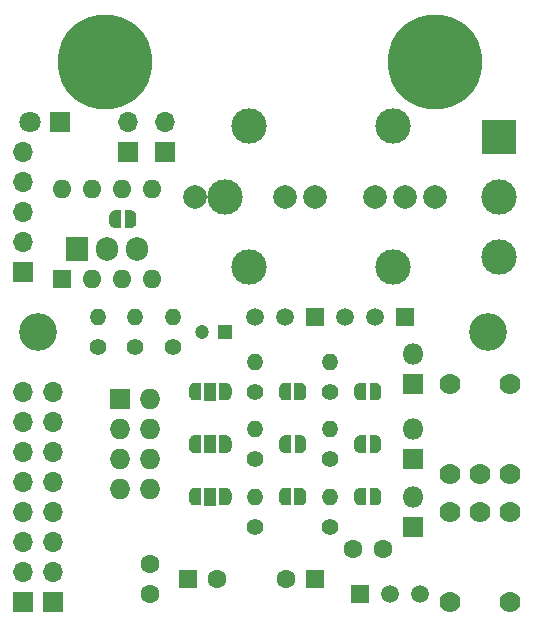
<source format=gbs>
G04 #@! TF.GenerationSoftware,KiCad,Pcbnew,(5.1.6-0-10_14)*
G04 #@! TF.CreationDate,2021-04-16T00:02:23+01:00*
G04 #@! TF.ProjectId,WiFive55,57694669-7665-4353-952e-6b696361645f,0.12*
G04 #@! TF.SameCoordinates,Original*
G04 #@! TF.FileFunction,Soldermask,Bot*
G04 #@! TF.FilePolarity,Negative*
%FSLAX46Y46*%
G04 Gerber Fmt 4.6, Leading zero omitted, Abs format (unit mm)*
G04 Created by KiCad (PCBNEW (5.1.6-0-10_14)) date 2021-04-16 00:02:23*
%MOMM*%
%LPD*%
G01*
G04 APERTURE LIST*
%ADD10C,2.000000*%
%ADD11C,1.600000*%
%ADD12R,1.600000X1.600000*%
%ADD13C,1.200000*%
%ADD14R,1.200000X1.200000*%
%ADD15O,1.400000X1.400000*%
%ADD16C,1.400000*%
%ADD17C,0.900000*%
%ADD18C,8.000000*%
%ADD19O,1.905000X2.000000*%
%ADD20R,1.905000X2.000000*%
%ADD21R,1.500000X1.500000*%
%ADD22C,1.500000*%
%ADD23C,0.100000*%
%ADD24O,1.700000X1.700000*%
%ADD25R,1.700000X1.700000*%
%ADD26O,1.727200X1.727200*%
%ADD27R,1.727200X1.727200*%
%ADD28C,3.200000*%
%ADD29O,1.600000X1.600000*%
%ADD30R,1.000000X1.500000*%
%ADD31C,1.800000*%
%ADD32R,1.800000X1.800000*%
%ADD33C,3.000000*%
%ADD34R,3.000000X3.000000*%
%ADD35O,1.800000X1.800000*%
%ADD36C,1.778000*%
G04 APERTURE END LIST*
D10*
X137795000Y-59690000D03*
X135255000Y-59690000D03*
X132715000Y-59690000D03*
X127635000Y-59690000D03*
X125095000Y-59690000D03*
X117475000Y-59690000D03*
D11*
X119340000Y-92075000D03*
D12*
X116840000Y-92075000D03*
D11*
X125135000Y-92075000D03*
D12*
X127635000Y-92075000D03*
D13*
X118015000Y-71120000D03*
D14*
X120015000Y-71120000D03*
D15*
X115570000Y-69850000D03*
D16*
X115570000Y-72390000D03*
D17*
X135673680Y-50381320D03*
X137795000Y-51260000D03*
X139916320Y-50381320D03*
X140795000Y-48260000D03*
X139916320Y-46138680D03*
X137795000Y-45260000D03*
X135673680Y-46138680D03*
X134795000Y-48260000D03*
D18*
X137795000Y-48260000D03*
D17*
X107733680Y-50381320D03*
X109855000Y-51260000D03*
X111976320Y-50381320D03*
X112855000Y-48260000D03*
X111976320Y-46138680D03*
X109855000Y-45260000D03*
X107733680Y-46138680D03*
X106855000Y-48260000D03*
D18*
X109855000Y-48260000D03*
D19*
X112530000Y-64135000D03*
X109990000Y-64135000D03*
D20*
X107450000Y-64135000D03*
D21*
X135255000Y-69850000D03*
D22*
X130175000Y-69850000D03*
X132715000Y-69850000D03*
D21*
X127635000Y-69850000D03*
D22*
X122555000Y-69850000D03*
X125095000Y-69850000D03*
D23*
G36*
X110690000Y-62344398D02*
G01*
X110665466Y-62344398D01*
X110616635Y-62339588D01*
X110568510Y-62330016D01*
X110521555Y-62315772D01*
X110476222Y-62296995D01*
X110432949Y-62273864D01*
X110392150Y-62246604D01*
X110354221Y-62215476D01*
X110319524Y-62180779D01*
X110288396Y-62142850D01*
X110261136Y-62102051D01*
X110238005Y-62058778D01*
X110219228Y-62013445D01*
X110204984Y-61966490D01*
X110195412Y-61918365D01*
X110190602Y-61869534D01*
X110190602Y-61845000D01*
X110190000Y-61845000D01*
X110190000Y-61345000D01*
X110190602Y-61345000D01*
X110190602Y-61320466D01*
X110195412Y-61271635D01*
X110204984Y-61223510D01*
X110219228Y-61176555D01*
X110238005Y-61131222D01*
X110261136Y-61087949D01*
X110288396Y-61047150D01*
X110319524Y-61009221D01*
X110354221Y-60974524D01*
X110392150Y-60943396D01*
X110432949Y-60916136D01*
X110476222Y-60893005D01*
X110521555Y-60874228D01*
X110568510Y-60859984D01*
X110616635Y-60850412D01*
X110665466Y-60845602D01*
X110690000Y-60845602D01*
X110690000Y-60845000D01*
X111190000Y-60845000D01*
X111190000Y-62345000D01*
X110690000Y-62345000D01*
X110690000Y-62344398D01*
G37*
G36*
X111490000Y-60845000D02*
G01*
X111990000Y-60845000D01*
X111990000Y-60845602D01*
X112014534Y-60845602D01*
X112063365Y-60850412D01*
X112111490Y-60859984D01*
X112158445Y-60874228D01*
X112203778Y-60893005D01*
X112247051Y-60916136D01*
X112287850Y-60943396D01*
X112325779Y-60974524D01*
X112360476Y-61009221D01*
X112391604Y-61047150D01*
X112418864Y-61087949D01*
X112441995Y-61131222D01*
X112460772Y-61176555D01*
X112475016Y-61223510D01*
X112484588Y-61271635D01*
X112489398Y-61320466D01*
X112489398Y-61345000D01*
X112490000Y-61345000D01*
X112490000Y-61845000D01*
X112489398Y-61845000D01*
X112489398Y-61869534D01*
X112484588Y-61918365D01*
X112475016Y-61966490D01*
X112460772Y-62013445D01*
X112441995Y-62058778D01*
X112418864Y-62102051D01*
X112391604Y-62142850D01*
X112360476Y-62180779D01*
X112325779Y-62215476D01*
X112287850Y-62246604D01*
X112247051Y-62273864D01*
X112203778Y-62296995D01*
X112158445Y-62315772D01*
X112111490Y-62330016D01*
X112063365Y-62339588D01*
X112014534Y-62344398D01*
X111990000Y-62344398D01*
X111990000Y-62345000D01*
X111490000Y-62345000D01*
X111490000Y-60845000D01*
G37*
D24*
X111760000Y-53340000D03*
D25*
X111760000Y-55880000D03*
D24*
X114935000Y-53340000D03*
D25*
X114935000Y-55880000D03*
D15*
X122555000Y-85090000D03*
D16*
X122555000Y-87630000D03*
D15*
X122555000Y-73660000D03*
D16*
X122555000Y-76200000D03*
D15*
X128905000Y-73660000D03*
D16*
X128905000Y-76200000D03*
D15*
X128905000Y-79375000D03*
D16*
X128905000Y-81915000D03*
D15*
X128905000Y-85090000D03*
D16*
X128905000Y-87630000D03*
D15*
X112395000Y-69850000D03*
D16*
X112395000Y-72390000D03*
D15*
X122555000Y-79375000D03*
D16*
X122555000Y-81915000D03*
D15*
X109220000Y-69850000D03*
D16*
X109220000Y-72390000D03*
D23*
G36*
X125565000Y-76950000D02*
G01*
X125065000Y-76950000D01*
X125065000Y-76949398D01*
X125040466Y-76949398D01*
X124991635Y-76944588D01*
X124943510Y-76935016D01*
X124896555Y-76920772D01*
X124851222Y-76901995D01*
X124807949Y-76878864D01*
X124767150Y-76851604D01*
X124729221Y-76820476D01*
X124694524Y-76785779D01*
X124663396Y-76747850D01*
X124636136Y-76707051D01*
X124613005Y-76663778D01*
X124594228Y-76618445D01*
X124579984Y-76571490D01*
X124570412Y-76523365D01*
X124565602Y-76474534D01*
X124565602Y-76450000D01*
X124565000Y-76450000D01*
X124565000Y-75950000D01*
X124565602Y-75950000D01*
X124565602Y-75925466D01*
X124570412Y-75876635D01*
X124579984Y-75828510D01*
X124594228Y-75781555D01*
X124613005Y-75736222D01*
X124636136Y-75692949D01*
X124663396Y-75652150D01*
X124694524Y-75614221D01*
X124729221Y-75579524D01*
X124767150Y-75548396D01*
X124807949Y-75521136D01*
X124851222Y-75498005D01*
X124896555Y-75479228D01*
X124943510Y-75464984D01*
X124991635Y-75455412D01*
X125040466Y-75450602D01*
X125065000Y-75450602D01*
X125065000Y-75450000D01*
X125565000Y-75450000D01*
X125565000Y-76950000D01*
G37*
G36*
X126365000Y-75450602D02*
G01*
X126389534Y-75450602D01*
X126438365Y-75455412D01*
X126486490Y-75464984D01*
X126533445Y-75479228D01*
X126578778Y-75498005D01*
X126622051Y-75521136D01*
X126662850Y-75548396D01*
X126700779Y-75579524D01*
X126735476Y-75614221D01*
X126766604Y-75652150D01*
X126793864Y-75692949D01*
X126816995Y-75736222D01*
X126835772Y-75781555D01*
X126850016Y-75828510D01*
X126859588Y-75876635D01*
X126864398Y-75925466D01*
X126864398Y-75950000D01*
X126865000Y-75950000D01*
X126865000Y-76450000D01*
X126864398Y-76450000D01*
X126864398Y-76474534D01*
X126859588Y-76523365D01*
X126850016Y-76571490D01*
X126835772Y-76618445D01*
X126816995Y-76663778D01*
X126793864Y-76707051D01*
X126766604Y-76747850D01*
X126735476Y-76785779D01*
X126700779Y-76820476D01*
X126662850Y-76851604D01*
X126622051Y-76878864D01*
X126578778Y-76901995D01*
X126533445Y-76920772D01*
X126486490Y-76935016D01*
X126438365Y-76944588D01*
X126389534Y-76949398D01*
X126365000Y-76949398D01*
X126365000Y-76950000D01*
X125865000Y-76950000D01*
X125865000Y-75450000D01*
X126365000Y-75450000D01*
X126365000Y-75450602D01*
G37*
G36*
X125865000Y-84340000D02*
G01*
X126365000Y-84340000D01*
X126365000Y-84340602D01*
X126389534Y-84340602D01*
X126438365Y-84345412D01*
X126486490Y-84354984D01*
X126533445Y-84369228D01*
X126578778Y-84388005D01*
X126622051Y-84411136D01*
X126662850Y-84438396D01*
X126700779Y-84469524D01*
X126735476Y-84504221D01*
X126766604Y-84542150D01*
X126793864Y-84582949D01*
X126816995Y-84626222D01*
X126835772Y-84671555D01*
X126850016Y-84718510D01*
X126859588Y-84766635D01*
X126864398Y-84815466D01*
X126864398Y-84840000D01*
X126865000Y-84840000D01*
X126865000Y-85340000D01*
X126864398Y-85340000D01*
X126864398Y-85364534D01*
X126859588Y-85413365D01*
X126850016Y-85461490D01*
X126835772Y-85508445D01*
X126816995Y-85553778D01*
X126793864Y-85597051D01*
X126766604Y-85637850D01*
X126735476Y-85675779D01*
X126700779Y-85710476D01*
X126662850Y-85741604D01*
X126622051Y-85768864D01*
X126578778Y-85791995D01*
X126533445Y-85810772D01*
X126486490Y-85825016D01*
X126438365Y-85834588D01*
X126389534Y-85839398D01*
X126365000Y-85839398D01*
X126365000Y-85840000D01*
X125865000Y-85840000D01*
X125865000Y-84340000D01*
G37*
G36*
X125065000Y-85839398D02*
G01*
X125040466Y-85839398D01*
X124991635Y-85834588D01*
X124943510Y-85825016D01*
X124896555Y-85810772D01*
X124851222Y-85791995D01*
X124807949Y-85768864D01*
X124767150Y-85741604D01*
X124729221Y-85710476D01*
X124694524Y-85675779D01*
X124663396Y-85637850D01*
X124636136Y-85597051D01*
X124613005Y-85553778D01*
X124594228Y-85508445D01*
X124579984Y-85461490D01*
X124570412Y-85413365D01*
X124565602Y-85364534D01*
X124565602Y-85340000D01*
X124565000Y-85340000D01*
X124565000Y-84840000D01*
X124565602Y-84840000D01*
X124565602Y-84815466D01*
X124570412Y-84766635D01*
X124579984Y-84718510D01*
X124594228Y-84671555D01*
X124613005Y-84626222D01*
X124636136Y-84582949D01*
X124663396Y-84542150D01*
X124694524Y-84504221D01*
X124729221Y-84469524D01*
X124767150Y-84438396D01*
X124807949Y-84411136D01*
X124851222Y-84388005D01*
X124896555Y-84369228D01*
X124943510Y-84354984D01*
X124991635Y-84345412D01*
X125040466Y-84340602D01*
X125065000Y-84340602D01*
X125065000Y-84340000D01*
X125565000Y-84340000D01*
X125565000Y-85840000D01*
X125065000Y-85840000D01*
X125065000Y-85839398D01*
G37*
G36*
X125880000Y-79895000D02*
G01*
X126380000Y-79895000D01*
X126380000Y-79895602D01*
X126404534Y-79895602D01*
X126453365Y-79900412D01*
X126501490Y-79909984D01*
X126548445Y-79924228D01*
X126593778Y-79943005D01*
X126637051Y-79966136D01*
X126677850Y-79993396D01*
X126715779Y-80024524D01*
X126750476Y-80059221D01*
X126781604Y-80097150D01*
X126808864Y-80137949D01*
X126831995Y-80181222D01*
X126850772Y-80226555D01*
X126865016Y-80273510D01*
X126874588Y-80321635D01*
X126879398Y-80370466D01*
X126879398Y-80395000D01*
X126880000Y-80395000D01*
X126880000Y-80895000D01*
X126879398Y-80895000D01*
X126879398Y-80919534D01*
X126874588Y-80968365D01*
X126865016Y-81016490D01*
X126850772Y-81063445D01*
X126831995Y-81108778D01*
X126808864Y-81152051D01*
X126781604Y-81192850D01*
X126750476Y-81230779D01*
X126715779Y-81265476D01*
X126677850Y-81296604D01*
X126637051Y-81323864D01*
X126593778Y-81346995D01*
X126548445Y-81365772D01*
X126501490Y-81380016D01*
X126453365Y-81389588D01*
X126404534Y-81394398D01*
X126380000Y-81394398D01*
X126380000Y-81395000D01*
X125880000Y-81395000D01*
X125880000Y-79895000D01*
G37*
G36*
X125080000Y-81394398D02*
G01*
X125055466Y-81394398D01*
X125006635Y-81389588D01*
X124958510Y-81380016D01*
X124911555Y-81365772D01*
X124866222Y-81346995D01*
X124822949Y-81323864D01*
X124782150Y-81296604D01*
X124744221Y-81265476D01*
X124709524Y-81230779D01*
X124678396Y-81192850D01*
X124651136Y-81152051D01*
X124628005Y-81108778D01*
X124609228Y-81063445D01*
X124594984Y-81016490D01*
X124585412Y-80968365D01*
X124580602Y-80919534D01*
X124580602Y-80895000D01*
X124580000Y-80895000D01*
X124580000Y-80395000D01*
X124580602Y-80395000D01*
X124580602Y-80370466D01*
X124585412Y-80321635D01*
X124594984Y-80273510D01*
X124609228Y-80226555D01*
X124628005Y-80181222D01*
X124651136Y-80137949D01*
X124678396Y-80097150D01*
X124709524Y-80059221D01*
X124744221Y-80024524D01*
X124782150Y-79993396D01*
X124822949Y-79966136D01*
X124866222Y-79943005D01*
X124911555Y-79924228D01*
X124958510Y-79909984D01*
X125006635Y-79900412D01*
X125055466Y-79895602D01*
X125080000Y-79895602D01*
X125080000Y-79895000D01*
X125580000Y-79895000D01*
X125580000Y-81395000D01*
X125080000Y-81395000D01*
X125080000Y-81394398D01*
G37*
D21*
X131445000Y-93345000D03*
D22*
X136525000Y-93345000D03*
X133985000Y-93345000D03*
D23*
G36*
X132730000Y-79895602D02*
G01*
X132754534Y-79895602D01*
X132803365Y-79900412D01*
X132851490Y-79909984D01*
X132898445Y-79924228D01*
X132943778Y-79943005D01*
X132987051Y-79966136D01*
X133027850Y-79993396D01*
X133065779Y-80024524D01*
X133100476Y-80059221D01*
X133131604Y-80097150D01*
X133158864Y-80137949D01*
X133181995Y-80181222D01*
X133200772Y-80226555D01*
X133215016Y-80273510D01*
X133224588Y-80321635D01*
X133229398Y-80370466D01*
X133229398Y-80395000D01*
X133230000Y-80395000D01*
X133230000Y-80895000D01*
X133229398Y-80895000D01*
X133229398Y-80919534D01*
X133224588Y-80968365D01*
X133215016Y-81016490D01*
X133200772Y-81063445D01*
X133181995Y-81108778D01*
X133158864Y-81152051D01*
X133131604Y-81192850D01*
X133100476Y-81230779D01*
X133065779Y-81265476D01*
X133027850Y-81296604D01*
X132987051Y-81323864D01*
X132943778Y-81346995D01*
X132898445Y-81365772D01*
X132851490Y-81380016D01*
X132803365Y-81389588D01*
X132754534Y-81394398D01*
X132730000Y-81394398D01*
X132730000Y-81395000D01*
X132230000Y-81395000D01*
X132230000Y-79895000D01*
X132730000Y-79895000D01*
X132730000Y-79895602D01*
G37*
G36*
X131930000Y-81395000D02*
G01*
X131430000Y-81395000D01*
X131430000Y-81394398D01*
X131405466Y-81394398D01*
X131356635Y-81389588D01*
X131308510Y-81380016D01*
X131261555Y-81365772D01*
X131216222Y-81346995D01*
X131172949Y-81323864D01*
X131132150Y-81296604D01*
X131094221Y-81265476D01*
X131059524Y-81230779D01*
X131028396Y-81192850D01*
X131001136Y-81152051D01*
X130978005Y-81108778D01*
X130959228Y-81063445D01*
X130944984Y-81016490D01*
X130935412Y-80968365D01*
X130930602Y-80919534D01*
X130930602Y-80895000D01*
X130930000Y-80895000D01*
X130930000Y-80395000D01*
X130930602Y-80395000D01*
X130930602Y-80370466D01*
X130935412Y-80321635D01*
X130944984Y-80273510D01*
X130959228Y-80226555D01*
X130978005Y-80181222D01*
X131001136Y-80137949D01*
X131028396Y-80097150D01*
X131059524Y-80059221D01*
X131094221Y-80024524D01*
X131132150Y-79993396D01*
X131172949Y-79966136D01*
X131216222Y-79943005D01*
X131261555Y-79924228D01*
X131308510Y-79909984D01*
X131356635Y-79900412D01*
X131405466Y-79895602D01*
X131430000Y-79895602D01*
X131430000Y-79895000D01*
X131930000Y-79895000D01*
X131930000Y-81395000D01*
G37*
G36*
X132730000Y-75450602D02*
G01*
X132754534Y-75450602D01*
X132803365Y-75455412D01*
X132851490Y-75464984D01*
X132898445Y-75479228D01*
X132943778Y-75498005D01*
X132987051Y-75521136D01*
X133027850Y-75548396D01*
X133065779Y-75579524D01*
X133100476Y-75614221D01*
X133131604Y-75652150D01*
X133158864Y-75692949D01*
X133181995Y-75736222D01*
X133200772Y-75781555D01*
X133215016Y-75828510D01*
X133224588Y-75876635D01*
X133229398Y-75925466D01*
X133229398Y-75950000D01*
X133230000Y-75950000D01*
X133230000Y-76450000D01*
X133229398Y-76450000D01*
X133229398Y-76474534D01*
X133224588Y-76523365D01*
X133215016Y-76571490D01*
X133200772Y-76618445D01*
X133181995Y-76663778D01*
X133158864Y-76707051D01*
X133131604Y-76747850D01*
X133100476Y-76785779D01*
X133065779Y-76820476D01*
X133027850Y-76851604D01*
X132987051Y-76878864D01*
X132943778Y-76901995D01*
X132898445Y-76920772D01*
X132851490Y-76935016D01*
X132803365Y-76944588D01*
X132754534Y-76949398D01*
X132730000Y-76949398D01*
X132730000Y-76950000D01*
X132230000Y-76950000D01*
X132230000Y-75450000D01*
X132730000Y-75450000D01*
X132730000Y-75450602D01*
G37*
G36*
X131930000Y-76950000D02*
G01*
X131430000Y-76950000D01*
X131430000Y-76949398D01*
X131405466Y-76949398D01*
X131356635Y-76944588D01*
X131308510Y-76935016D01*
X131261555Y-76920772D01*
X131216222Y-76901995D01*
X131172949Y-76878864D01*
X131132150Y-76851604D01*
X131094221Y-76820476D01*
X131059524Y-76785779D01*
X131028396Y-76747850D01*
X131001136Y-76707051D01*
X130978005Y-76663778D01*
X130959228Y-76618445D01*
X130944984Y-76571490D01*
X130935412Y-76523365D01*
X130930602Y-76474534D01*
X130930602Y-76450000D01*
X130930000Y-76450000D01*
X130930000Y-75950000D01*
X130930602Y-75950000D01*
X130930602Y-75925466D01*
X130935412Y-75876635D01*
X130944984Y-75828510D01*
X130959228Y-75781555D01*
X130978005Y-75736222D01*
X131001136Y-75692949D01*
X131028396Y-75652150D01*
X131059524Y-75614221D01*
X131094221Y-75579524D01*
X131132150Y-75548396D01*
X131172949Y-75521136D01*
X131216222Y-75498005D01*
X131261555Y-75479228D01*
X131308510Y-75464984D01*
X131356635Y-75455412D01*
X131405466Y-75450602D01*
X131430000Y-75450602D01*
X131430000Y-75450000D01*
X131930000Y-75450000D01*
X131930000Y-76950000D01*
G37*
D24*
X105410000Y-76200000D03*
X105410000Y-78740000D03*
X105410000Y-81280000D03*
X105410000Y-83820000D03*
X105410000Y-86360000D03*
X105410000Y-88900000D03*
X105410000Y-91440000D03*
D25*
X105410000Y-93980000D03*
D24*
X102870000Y-76200000D03*
X102870000Y-78740000D03*
X102870000Y-81280000D03*
X102870000Y-83820000D03*
X102870000Y-86360000D03*
X102870000Y-88900000D03*
X102870000Y-91440000D03*
D25*
X102870000Y-93980000D03*
D24*
X102870000Y-55880000D03*
X102870000Y-58420000D03*
X102870000Y-60960000D03*
X102870000Y-63500000D03*
D25*
X102870000Y-66040000D03*
D26*
X113665000Y-84455000D03*
X111125000Y-84455000D03*
X113665000Y-81915000D03*
X111125000Y-81915000D03*
X113665000Y-79375000D03*
X111125000Y-79375000D03*
X113665000Y-76835000D03*
D27*
X111125000Y-76835000D03*
D28*
X142240000Y-71120000D03*
X104140000Y-71120000D03*
D11*
X113665000Y-93305000D03*
X113665000Y-90805000D03*
D29*
X106180000Y-59055000D03*
X113800000Y-66675000D03*
X108720000Y-59055000D03*
X111260000Y-66675000D03*
X111260000Y-59055000D03*
X108720000Y-66675000D03*
X113800000Y-59055000D03*
D12*
X106180000Y-66675000D03*
D23*
G36*
X119495000Y-84340000D02*
G01*
X120045000Y-84340000D01*
X120045000Y-84340602D01*
X120069534Y-84340602D01*
X120118365Y-84345412D01*
X120166490Y-84354984D01*
X120213445Y-84369228D01*
X120258778Y-84388005D01*
X120302051Y-84411136D01*
X120342850Y-84438396D01*
X120380779Y-84469524D01*
X120415476Y-84504221D01*
X120446604Y-84542150D01*
X120473864Y-84582949D01*
X120496995Y-84626222D01*
X120515772Y-84671555D01*
X120530016Y-84718510D01*
X120539588Y-84766635D01*
X120544398Y-84815466D01*
X120544398Y-84840000D01*
X120545000Y-84840000D01*
X120545000Y-85340000D01*
X120544398Y-85340000D01*
X120544398Y-85364534D01*
X120539588Y-85413365D01*
X120530016Y-85461490D01*
X120515772Y-85508445D01*
X120496995Y-85553778D01*
X120473864Y-85597051D01*
X120446604Y-85637850D01*
X120415476Y-85675779D01*
X120380779Y-85710476D01*
X120342850Y-85741604D01*
X120302051Y-85768864D01*
X120258778Y-85791995D01*
X120213445Y-85810772D01*
X120166490Y-85825016D01*
X120118365Y-85834588D01*
X120069534Y-85839398D01*
X120045000Y-85839398D01*
X120045000Y-85840000D01*
X119495000Y-85840000D01*
X119495000Y-84340000D01*
G37*
D30*
X118745000Y-85090000D03*
D23*
G36*
X117445000Y-85839398D02*
G01*
X117420466Y-85839398D01*
X117371635Y-85834588D01*
X117323510Y-85825016D01*
X117276555Y-85810772D01*
X117231222Y-85791995D01*
X117187949Y-85768864D01*
X117147150Y-85741604D01*
X117109221Y-85710476D01*
X117074524Y-85675779D01*
X117043396Y-85637850D01*
X117016136Y-85597051D01*
X116993005Y-85553778D01*
X116974228Y-85508445D01*
X116959984Y-85461490D01*
X116950412Y-85413365D01*
X116945602Y-85364534D01*
X116945602Y-85340000D01*
X116945000Y-85340000D01*
X116945000Y-84840000D01*
X116945602Y-84840000D01*
X116945602Y-84815466D01*
X116950412Y-84766635D01*
X116959984Y-84718510D01*
X116974228Y-84671555D01*
X116993005Y-84626222D01*
X117016136Y-84582949D01*
X117043396Y-84542150D01*
X117074524Y-84504221D01*
X117109221Y-84469524D01*
X117147150Y-84438396D01*
X117187949Y-84411136D01*
X117231222Y-84388005D01*
X117276555Y-84369228D01*
X117323510Y-84354984D01*
X117371635Y-84345412D01*
X117420466Y-84340602D01*
X117445000Y-84340602D01*
X117445000Y-84340000D01*
X117995000Y-84340000D01*
X117995000Y-85840000D01*
X117445000Y-85840000D01*
X117445000Y-85839398D01*
G37*
D31*
X103505000Y-53340000D03*
D32*
X106045000Y-53340000D03*
D33*
X143192500Y-64770000D03*
X143192500Y-59690000D03*
D34*
X143192500Y-54610000D03*
D35*
X135890000Y-73025000D03*
D32*
X135890000Y-75565000D03*
D35*
X135890000Y-85090000D03*
D32*
X135890000Y-87630000D03*
D35*
X135890000Y-79375000D03*
D32*
X135890000Y-81915000D03*
D30*
X118745000Y-80645000D03*
D23*
G36*
X120045000Y-79895602D02*
G01*
X120069534Y-79895602D01*
X120118365Y-79900412D01*
X120166490Y-79909984D01*
X120213445Y-79924228D01*
X120258778Y-79943005D01*
X120302051Y-79966136D01*
X120342850Y-79993396D01*
X120380779Y-80024524D01*
X120415476Y-80059221D01*
X120446604Y-80097150D01*
X120473864Y-80137949D01*
X120496995Y-80181222D01*
X120515772Y-80226555D01*
X120530016Y-80273510D01*
X120539588Y-80321635D01*
X120544398Y-80370466D01*
X120544398Y-80395000D01*
X120545000Y-80395000D01*
X120545000Y-80895000D01*
X120544398Y-80895000D01*
X120544398Y-80919534D01*
X120539588Y-80968365D01*
X120530016Y-81016490D01*
X120515772Y-81063445D01*
X120496995Y-81108778D01*
X120473864Y-81152051D01*
X120446604Y-81192850D01*
X120415476Y-81230779D01*
X120380779Y-81265476D01*
X120342850Y-81296604D01*
X120302051Y-81323864D01*
X120258778Y-81346995D01*
X120213445Y-81365772D01*
X120166490Y-81380016D01*
X120118365Y-81389588D01*
X120069534Y-81394398D01*
X120045000Y-81394398D01*
X120045000Y-81395000D01*
X119495000Y-81395000D01*
X119495000Y-79895000D01*
X120045000Y-79895000D01*
X120045000Y-79895602D01*
G37*
G36*
X117995000Y-81395000D02*
G01*
X117445000Y-81395000D01*
X117445000Y-81394398D01*
X117420466Y-81394398D01*
X117371635Y-81389588D01*
X117323510Y-81380016D01*
X117276555Y-81365772D01*
X117231222Y-81346995D01*
X117187949Y-81323864D01*
X117147150Y-81296604D01*
X117109221Y-81265476D01*
X117074524Y-81230779D01*
X117043396Y-81192850D01*
X117016136Y-81152051D01*
X116993005Y-81108778D01*
X116974228Y-81063445D01*
X116959984Y-81016490D01*
X116950412Y-80968365D01*
X116945602Y-80919534D01*
X116945602Y-80895000D01*
X116945000Y-80895000D01*
X116945000Y-80395000D01*
X116945602Y-80395000D01*
X116945602Y-80370466D01*
X116950412Y-80321635D01*
X116959984Y-80273510D01*
X116974228Y-80226555D01*
X116993005Y-80181222D01*
X117016136Y-80137949D01*
X117043396Y-80097150D01*
X117074524Y-80059221D01*
X117109221Y-80024524D01*
X117147150Y-79993396D01*
X117187949Y-79966136D01*
X117231222Y-79943005D01*
X117276555Y-79924228D01*
X117323510Y-79909984D01*
X117371635Y-79900412D01*
X117420466Y-79895602D01*
X117445000Y-79895602D01*
X117445000Y-79895000D01*
X117995000Y-79895000D01*
X117995000Y-81395000D01*
G37*
D30*
X118745000Y-76200000D03*
D23*
G36*
X117445000Y-76949398D02*
G01*
X117420466Y-76949398D01*
X117371635Y-76944588D01*
X117323510Y-76935016D01*
X117276555Y-76920772D01*
X117231222Y-76901995D01*
X117187949Y-76878864D01*
X117147150Y-76851604D01*
X117109221Y-76820476D01*
X117074524Y-76785779D01*
X117043396Y-76747850D01*
X117016136Y-76707051D01*
X116993005Y-76663778D01*
X116974228Y-76618445D01*
X116959984Y-76571490D01*
X116950412Y-76523365D01*
X116945602Y-76474534D01*
X116945602Y-76450000D01*
X116945000Y-76450000D01*
X116945000Y-75950000D01*
X116945602Y-75950000D01*
X116945602Y-75925466D01*
X116950412Y-75876635D01*
X116959984Y-75828510D01*
X116974228Y-75781555D01*
X116993005Y-75736222D01*
X117016136Y-75692949D01*
X117043396Y-75652150D01*
X117074524Y-75614221D01*
X117109221Y-75579524D01*
X117147150Y-75548396D01*
X117187949Y-75521136D01*
X117231222Y-75498005D01*
X117276555Y-75479228D01*
X117323510Y-75464984D01*
X117371635Y-75455412D01*
X117420466Y-75450602D01*
X117445000Y-75450602D01*
X117445000Y-75450000D01*
X117995000Y-75450000D01*
X117995000Y-76950000D01*
X117445000Y-76950000D01*
X117445000Y-76949398D01*
G37*
G36*
X119495000Y-75450000D02*
G01*
X120045000Y-75450000D01*
X120045000Y-75450602D01*
X120069534Y-75450602D01*
X120118365Y-75455412D01*
X120166490Y-75464984D01*
X120213445Y-75479228D01*
X120258778Y-75498005D01*
X120302051Y-75521136D01*
X120342850Y-75548396D01*
X120380779Y-75579524D01*
X120415476Y-75614221D01*
X120446604Y-75652150D01*
X120473864Y-75692949D01*
X120496995Y-75736222D01*
X120515772Y-75781555D01*
X120530016Y-75828510D01*
X120539588Y-75876635D01*
X120544398Y-75925466D01*
X120544398Y-75950000D01*
X120545000Y-75950000D01*
X120545000Y-76450000D01*
X120544398Y-76450000D01*
X120544398Y-76474534D01*
X120539588Y-76523365D01*
X120530016Y-76571490D01*
X120515772Y-76618445D01*
X120496995Y-76663778D01*
X120473864Y-76707051D01*
X120446604Y-76747850D01*
X120415476Y-76785779D01*
X120380779Y-76820476D01*
X120342850Y-76851604D01*
X120302051Y-76878864D01*
X120258778Y-76901995D01*
X120213445Y-76920772D01*
X120166490Y-76935016D01*
X120118365Y-76944588D01*
X120069534Y-76949398D01*
X120045000Y-76949398D01*
X120045000Y-76950000D01*
X119495000Y-76950000D01*
X119495000Y-75450000D01*
G37*
G36*
X131430000Y-85839398D02*
G01*
X131405466Y-85839398D01*
X131356635Y-85834588D01*
X131308510Y-85825016D01*
X131261555Y-85810772D01*
X131216222Y-85791995D01*
X131172949Y-85768864D01*
X131132150Y-85741604D01*
X131094221Y-85710476D01*
X131059524Y-85675779D01*
X131028396Y-85637850D01*
X131001136Y-85597051D01*
X130978005Y-85553778D01*
X130959228Y-85508445D01*
X130944984Y-85461490D01*
X130935412Y-85413365D01*
X130930602Y-85364534D01*
X130930602Y-85340000D01*
X130930000Y-85340000D01*
X130930000Y-84840000D01*
X130930602Y-84840000D01*
X130930602Y-84815466D01*
X130935412Y-84766635D01*
X130944984Y-84718510D01*
X130959228Y-84671555D01*
X130978005Y-84626222D01*
X131001136Y-84582949D01*
X131028396Y-84542150D01*
X131059524Y-84504221D01*
X131094221Y-84469524D01*
X131132150Y-84438396D01*
X131172949Y-84411136D01*
X131216222Y-84388005D01*
X131261555Y-84369228D01*
X131308510Y-84354984D01*
X131356635Y-84345412D01*
X131405466Y-84340602D01*
X131430000Y-84340602D01*
X131430000Y-84340000D01*
X131930000Y-84340000D01*
X131930000Y-85840000D01*
X131430000Y-85840000D01*
X131430000Y-85839398D01*
G37*
G36*
X132230000Y-84340000D02*
G01*
X132730000Y-84340000D01*
X132730000Y-84340602D01*
X132754534Y-84340602D01*
X132803365Y-84345412D01*
X132851490Y-84354984D01*
X132898445Y-84369228D01*
X132943778Y-84388005D01*
X132987051Y-84411136D01*
X133027850Y-84438396D01*
X133065779Y-84469524D01*
X133100476Y-84504221D01*
X133131604Y-84542150D01*
X133158864Y-84582949D01*
X133181995Y-84626222D01*
X133200772Y-84671555D01*
X133215016Y-84718510D01*
X133224588Y-84766635D01*
X133229398Y-84815466D01*
X133229398Y-84840000D01*
X133230000Y-84840000D01*
X133230000Y-85340000D01*
X133229398Y-85340000D01*
X133229398Y-85364534D01*
X133224588Y-85413365D01*
X133215016Y-85461490D01*
X133200772Y-85508445D01*
X133181995Y-85553778D01*
X133158864Y-85597051D01*
X133131604Y-85637850D01*
X133100476Y-85675779D01*
X133065779Y-85710476D01*
X133027850Y-85741604D01*
X132987051Y-85768864D01*
X132943778Y-85791995D01*
X132898445Y-85810772D01*
X132851490Y-85825016D01*
X132803365Y-85834588D01*
X132754534Y-85839398D01*
X132730000Y-85839398D01*
X132730000Y-85840000D01*
X132230000Y-85840000D01*
X132230000Y-84340000D01*
G37*
D36*
X144145000Y-86360000D03*
X141605000Y-86360000D03*
X139065000Y-86360000D03*
X139065000Y-93980000D03*
X144145000Y-93980000D03*
X139065000Y-83185000D03*
X141605000Y-83185000D03*
X144145000Y-83185000D03*
X144145000Y-75565000D03*
X139065000Y-75565000D03*
D33*
X120015000Y-59690000D03*
X122015000Y-53690000D03*
X134215000Y-53690000D03*
X134215000Y-65690000D03*
X122015000Y-65690000D03*
D11*
X130850000Y-89535000D03*
X133350000Y-89535000D03*
M02*

</source>
